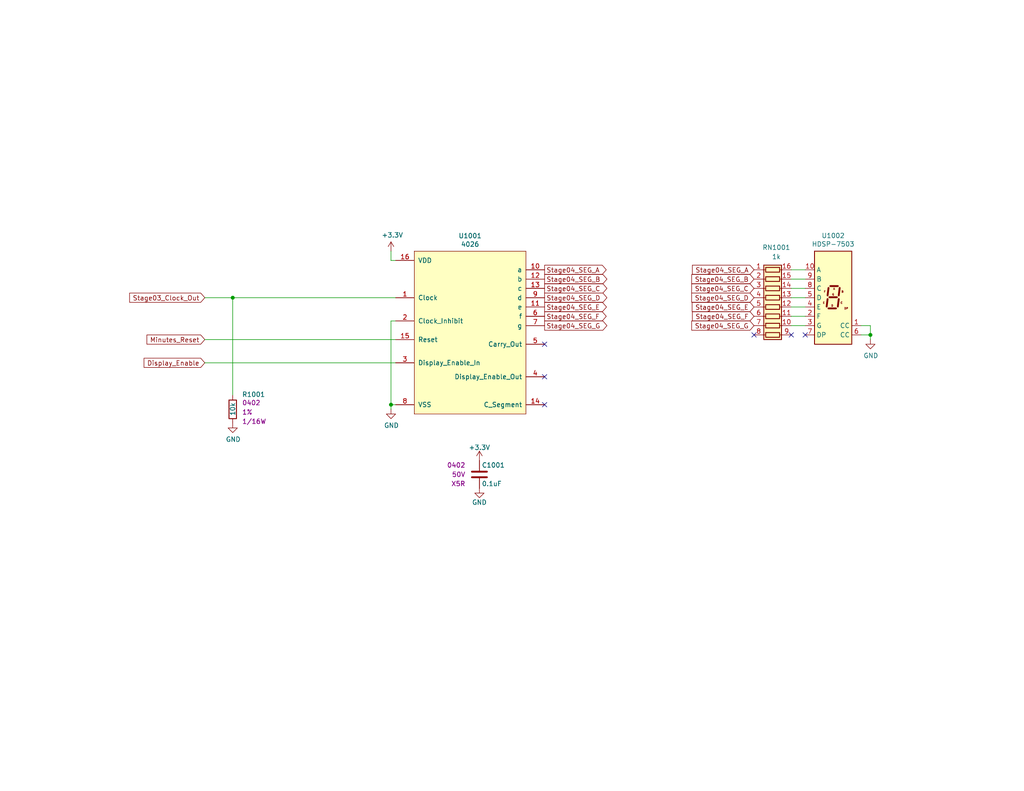
<source format=kicad_sch>
(kicad_sch (version 20231120) (generator "eeschema") (generator_version "8.0")
  (paper "A")
  (title_block (title "Stopwatch") (date "2024-04-28") (rev "B") (company "Drew Maatman"))
  (lib_symbols
    (symbol "Custom_Library:4026" (pin_names (offset 1.016))
      (property "Reference" "U" (at 30.48 -43.18 0))
      (property "Value" "4026" (at 20.32 3.81 0))
      (symbol "4026_0_1"
        (rectangle (start 5.08 2.54) (end 35.56 -41.91) (fill (type background)))
      )
      (symbol "4026_1_1"
        (pin input line (at 0 -10.16 0) (length 5.08) (name "Clock") (number "1"))
        (pin output line (at 40.64 -2.54 180) (length 5.08) (name "a") (number "10"))
        (pin output line (at 40.64 -12.7 180) (length 5.08) (name "e") (number "11"))
        (pin output line (at 40.64 -5.08 180) (length 5.08) (name "b") (number "12"))
        (pin output line (at 40.64 -7.62 180) (length 5.08) (name "c") (number "13"))
        (pin output line (at 40.64 -39.37 180) (length 5.08) (name "C_Segment") (number "14"))
        (pin input line (at 0 -21.59 0) (length 5.08) (name "Reset") (number "15"))
        (pin power_in line (at 0 0 0) (length 5.08) (name "VDD") (number "16"))
        (pin input line (at 0 -16.51 0) (length 5.08) (name "Clock_Inhibit") (number "2"))
        (pin input line (at 0 -27.94 0) (length 5.08) (name "Display_Enable_In") (number "3"))
        (pin output line (at 40.64 -31.75 180) (length 5.08) (name "Display_Enable_Out") (number "4"))
        (pin output line (at 40.64 -22.86 180) (length 5.08) (name "Carry_Out") (number "5"))
        (pin output line (at 40.64 -15.24 180) (length 5.08) (name "f") (number "6"))
        (pin output line (at 40.64 -17.78 180) (length 5.08) (name "g") (number "7"))
        (pin power_in line (at 0 -39.37 0) (length 5.08) (name "VSS") (number "8"))
        (pin output line (at 40.64 -10.16 180) (length 5.08) (name "d") (number "9"))
      )
    )
    (symbol "Custom_Library:C_Custom" (pin_numbers hide) (pin_names (offset 0.254))
      (property "Reference" "C" (at 0.635 2.54 0))
      (property "Value" "C_Custom" (at 0.635 -2.54 0))
      (property "display_footprint" "Foot" (at -3.81 2.54 0))
      (property "Voltage" "V" (at -3.81 0 0))
      (property "Dielectric" "Er" (at -3.81 -2.54 0))
      (symbol "C_Custom_0_1"
        (polyline (pts (xy -2.032 -0.762) (xy 2.032 -0.762)) (stroke (width 0.508)))
        (polyline (pts (xy -2.032 0.762) (xy 2.032 0.762)) (stroke (width 0.508)))
      )
      (symbol "C_Custom_1_1"
        (pin passive line (at 0 3.81 270) (length 2.794) (name "~") (number "1"))
        (pin passive line (at 0 -3.81 90) (length 2.794) (name "~") (number "2"))
      )
    )
    (symbol "Custom_Library:R_Custom" (pin_numbers hide) (pin_names (offset 1.016) hide)
      (property "Reference" "R" (at -2.54 0 90))
      (property "Value" "R_Custom" (at 0 0 90))
      (property "display_footprint" "Foot" (at 2.54 0 90))
      (property "Tolerance" "Tol" (at 5.08 0 90))
      (property "Wattage" "W" (at 7.62 0 90))
      (symbol "R_Custom_0_1"
        (rectangle (start 1.016 2.54) (end -1.016 -2.54) (stroke (width 0.254)))
      )
      (symbol "R_Custom_1_1"
        (pin passive line (at 0 3.81 270) (length 1.27) (name "1") (number "1"))
        (pin passive line (at 0 -3.81 90) (length 1.27) (name "2") (number "2"))
      )
    )
    (symbol "Device:R_Pack08" (pin_names (offset 0) hide)
      (property "Reference" "RN" (at -12.7 0 90))
      (property "Value" "R_Pack08" (at 10.16 0 90))
      (symbol "R_Pack08_0_1"
        (rectangle (start -11.43 -2.413) (end 8.89 2.413) (stroke (width 0.254)) (fill (type background)))
        (rectangle (start -10.795 1.905) (end -9.525 -1.905) (stroke (width 0.254)))
        (rectangle (start -8.255 1.905) (end -6.985 -1.905) (stroke (width 0.254)))
        (rectangle (start -5.715 1.905) (end -4.445 -1.905) (stroke (width 0.254)))
        (rectangle (start -3.175 1.905) (end -1.905 -1.905) (stroke (width 0.254)))
        (rectangle (start -0.635 1.905) (end 0.635 -1.905) (stroke (width 0.254)))
        (polyline (pts (xy -10.16 -2.54) (xy -10.16 -1.905)))
        (polyline (pts (xy -10.16 1.905) (xy -10.16 2.54)))
        (polyline (pts (xy -7.62 -2.54) (xy -7.62 -1.905)))
        (polyline (pts (xy -7.62 1.905) (xy -7.62 2.54)))
        (polyline (pts (xy -5.08 -2.54) (xy -5.08 -1.905)))
        (polyline (pts (xy -5.08 1.905) (xy -5.08 2.54)))
        (polyline (pts (xy -2.54 -2.54) (xy -2.54 -1.905)))
        (polyline (pts (xy -2.54 1.905) (xy -2.54 2.54)))
        (polyline (pts (xy 0 -2.54) (xy 0 -1.905)))
        (polyline (pts (xy 0 1.905) (xy 0 2.54)))
        (polyline (pts (xy 2.54 -2.54) (xy 2.54 -1.905)))
        (polyline (pts (xy 2.54 1.905) (xy 2.54 2.54)))
        (polyline (pts (xy 5.08 -2.54) (xy 5.08 -1.905)))
        (polyline (pts (xy 5.08 1.905) (xy 5.08 2.54)))
        (polyline (pts (xy 7.62 -2.54) (xy 7.62 -1.905)))
        (polyline (pts (xy 7.62 1.905) (xy 7.62 2.54)))
        (rectangle (start 1.905 1.905) (end 3.175 -1.905) (stroke (width 0.254)))
        (rectangle (start 4.445 1.905) (end 5.715 -1.905) (stroke (width 0.254)))
        (rectangle (start 6.985 1.905) (end 8.255 -1.905) (stroke (width 0.254)))
      )
      (symbol "R_Pack08_1_1"
        (pin passive line (at -10.16 -5.08 90) (length 2.54) (name "R1.1") (number "1"))
        (pin passive line (at 5.08 5.08 270) (length 2.54) (name "R7.2") (number "10"))
        (pin passive line (at 2.54 5.08 270) (length 2.54) (name "R6.2") (number "11"))
        (pin passive line (at 0 5.08 270) (length 2.54) (name "R5.2") (number "12"))
        (pin passive line (at -2.54 5.08 270) (length 2.54) (name "R4.2") (number "13"))
        (pin passive line (at -5.08 5.08 270) (length 2.54) (name "R3.2") (number "14"))
        (pin passive line (at -7.62 5.08 270) (length 2.54) (name "R2.2") (number "15"))
        (pin passive line (at -10.16 5.08 270) (length 2.54) (name "R1.2") (number "16"))
        (pin passive line (at -7.62 -5.08 90) (length 2.54) (name "R2.1") (number "2"))
        (pin passive line (at -5.08 -5.08 90) (length 2.54) (name "R3.1") (number "3"))
        (pin passive line (at -2.54 -5.08 90) (length 2.54) (name "R4.1") (number "4"))
        (pin passive line (at 0 -5.08 90) (length 2.54) (name "R5.1") (number "5"))
        (pin passive line (at 2.54 -5.08 90) (length 2.54) (name "R6.1") (number "6"))
        (pin passive line (at 5.08 -5.08 90) (length 2.54) (name "R7.1") (number "7"))
        (pin passive line (at 7.62 -5.08 90) (length 2.54) (name "R8.1") (number "8"))
        (pin passive line (at 7.62 5.08 270) (length 2.54) (name "R8.2") (number "9"))
      )
    )
    (symbol "Display_Character:HDSP-7503"
      (property "Reference" "U" (at -3.81 13.97 0))
      (property "Value" "HDSP-7503" (at 6.35 13.97 0))
      (symbol "HDSP-7503_1_0"
        (text "A" (at 0.254 2.413 0) (effects (font (size 0.508 0.508))))
        (text "B" (at 2.54 1.651 0) (effects (font (size 0.508 0.508))))
        (text "C" (at 2.286 -1.397 0) (effects (font (size 0.508 0.508))))
        (text "D" (at -0.254 -2.159 0) (effects (font (size 0.508 0.508))))
        (text "DP" (at 3.556 -2.921 0) (effects (font (size 0.508 0.508))))
        (text "E" (at -2.54 -1.397 0) (effects (font (size 0.508 0.508))))
        (text "F" (at -2.286 1.651 0) (effects (font (size 0.508 0.508))))
        (text "G" (at 0 0.889 0) (effects (font (size 0.508 0.508))))
      )
      (symbol "HDSP-7503_1_1"
        (rectangle (start -5.08 12.7) (end 5.08 -12.7) (stroke (width 0.254)) (fill (type background)))
        (polyline (pts (xy -1.524 -0.381) (xy -1.778 -2.413)) (stroke (width 0.508)))
        (polyline (pts (xy -1.27 -2.921) (xy 0.762 -2.921)) (stroke (width 0.508)))
        (polyline (pts (xy -1.27 2.667) (xy -1.524 0.635)) (stroke (width 0.508)))
        (polyline (pts (xy -1.016 0.127) (xy 1.016 0.127)) (stroke (width 0.508)))
        (polyline (pts (xy -0.762 3.175) (xy 1.27 3.175)) (stroke (width 0.508)))
        (polyline (pts (xy 1.524 -0.381) (xy 1.27 -2.413)) (stroke (width 0.508)))
        (polyline (pts (xy 1.778 2.667) (xy 1.524 0.635)) (stroke (width 0.508)))
        (polyline (pts (xy 2.54 -2.921) (xy 2.54 -2.921)) (stroke (width 0.508)))
        (pin input line (at 7.62 -7.62 180) (length 2.54) (name "CC") (number "1"))
        (pin input line (at -7.62 7.62 0) (length 2.54) (name "A") (number "10"))
        (pin input line (at -7.62 -5.08 0) (length 2.54) (name "F") (number "2"))
        (pin input line (at -7.62 -7.62 0) (length 2.54) (name "G") (number "3"))
        (pin input line (at -7.62 -2.54 0) (length 2.54) (name "E") (number "4"))
        (pin input line (at -7.62 0 0) (length 2.54) (name "D") (number "5"))
        (pin input line (at 7.62 -10.16 180) (length 2.54) (name "CC") (number "6"))
        (pin input line (at -7.62 -10.16 0) (length 2.54) (name "DP") (number "7"))
        (pin input line (at -7.62 2.54 0) (length 2.54) (name "C") (number "8"))
        (pin input line (at -7.62 5.08 0) (length 2.54) (name "B") (number "9"))
      )
    )
    (symbol "power:+3.3V" (power) (pin_names (offset 0))
      (property "Value" "+3.3V" (at 0 3.556 0))
      (symbol "+3.3V_0_1"
        (polyline (pts (xy -0.762 1.27) (xy 0 2.54)))
        (polyline (pts (xy 0 0) (xy 0 2.54)))
        (polyline (pts (xy 0 2.54) (xy 0.762 1.27)))
      )
      (symbol "+3.3V_1_1"
        (pin power_in line (at 0 0 90) (length 0) hide (name "+3.3V") (number "1"))
      )
    )
    (symbol "power:GND" (power) (pin_names (offset 0))
      (property "Value" "GND" (at 0 -3.81 0))
      (symbol "GND_0_1"
        (polyline (pts (xy 0 0) (xy 0 -1.27) (xy 1.27 -1.27) (xy 0 -2.54) (xy -1.27 -1.27) (xy 0 -1.27)))
      )
      (symbol "GND_1_1"
        (pin power_in line (at 0 0 270) (length 0) hide (name "GND") (number "1"))
      )
    )
  )
  (junction (at 106.68 110.49))
  (junction (at 237.49 91.44))
  (junction (at 63.5 81.28))
  (no_connect (at 148.59 93.98))
  (no_connect (at 148.59 110.49))
  (no_connect (at 219.71 91.44))
  (no_connect (at 205.74 91.44))
  (no_connect (at 148.59 102.87))
  (no_connect (at 215.9 91.44))
  (wire (pts (xy 215.9 83.82) (xy 219.71 83.82)))
  (wire (pts (xy 215.9 76.2) (xy 219.71 76.2)))
  (wire (pts (xy 55.88 92.71) (xy 107.95 92.71)))
  (wire (pts (xy 237.49 91.44) (xy 237.49 88.9)))
  (wire (pts (xy 106.68 68.58) (xy 106.68 71.12)))
  (wire (pts (xy 215.9 81.28) (xy 219.71 81.28)))
  (wire (pts (xy 55.88 99.06) (xy 107.95 99.06)))
  (wire (pts (xy 215.9 78.74) (xy 219.71 78.74)))
  (wire (pts (xy 106.68 111.76) (xy 106.68 110.49)))
  (wire (pts (xy 106.68 71.12) (xy 107.95 71.12)))
  (wire (pts (xy 106.68 87.63) (xy 106.68 110.49)))
  (wire (pts (xy 63.5 81.28) (xy 63.5 107.95)))
  (wire (pts (xy 107.95 81.28) (xy 63.5 81.28)))
  (wire (pts (xy 234.95 91.44) (xy 237.49 91.44)))
  (wire (pts (xy 215.9 86.36) (xy 219.71 86.36)))
  (wire (pts (xy 237.49 88.9) (xy 234.95 88.9)))
  (wire (pts (xy 107.95 87.63) (xy 106.68 87.63)))
  (wire (pts (xy 237.49 92.71) (xy 237.49 91.44)))
  (wire (pts (xy 215.9 88.9) (xy 219.71 88.9)))
  (wire (pts (xy 215.9 73.66) (xy 219.71 73.66)))
  (wire (pts (xy 106.68 110.49) (xy 107.95 110.49)))
  (wire (pts (xy 55.88 81.28) (xy 63.5 81.28)))
  (global_label "Stage04_SEG_G" (shape output) (at 148.59 88.9 0) (property "Intersheetrefs" "${INTERSHEET_REFS}" (effects (hide yes))))
  (global_label "Minutes_Reset" (shape input) (at 55.88 92.71 180) (property "Intersheetrefs" "${INTERSHEET_REFS}" (effects (hide yes))))
  (global_label "Stage04_SEG_B" (shape output) (at 148.59 76.2 0) (property "Intersheetrefs" "${INTERSHEET_REFS}" (effects (hide yes))))
  (global_label "Stage04_SEG_E" (shape input) (at 205.74 83.82 180) (property "Intersheetrefs" "${INTERSHEET_REFS}" (effects (hide yes))))
  (global_label "Stage04_SEG_G" (shape input) (at 205.74 88.9 180) (property "Intersheetrefs" "${INTERSHEET_REFS}" (effects (hide yes))))
  (global_label "Stage03_Clock_Out" (shape input) (at 55.88 81.28 180) (property "Intersheetrefs" "${INTERSHEET_REFS}" (effects (hide yes))))
  (global_label "Stage04_SEG_D" (shape output) (at 148.59 81.28 0) (property "Intersheetrefs" "${INTERSHEET_REFS}" (effects (hide yes))))
  (global_label "Stage04_SEG_E" (shape output) (at 148.59 83.82 0) (property "Intersheetrefs" "${INTERSHEET_REFS}" (effects (hide yes))))
  (global_label "Stage04_SEG_F" (shape input) (at 205.74 86.36 180) (property "Intersheetrefs" "${INTERSHEET_REFS}" (effects (hide yes))))
  (global_label "Stage04_SEG_B" (shape input) (at 205.74 76.2 180) (property "Intersheetrefs" "${INTERSHEET_REFS}" (effects (hide yes))))
  (global_label "Stage04_SEG_C" (shape output) (at 148.59 78.74 0) (property "Intersheetrefs" "${INTERSHEET_REFS}" (effects (hide yes))))
  (global_label "Stage04_SEG_A" (shape input) (at 205.74 73.66 180) (property "Intersheetrefs" "${INTERSHEET_REFS}" (effects (hide yes))))
  (global_label "Display_Enable" (shape input) (at 55.88 99.06 180) (property "Intersheetrefs" "${INTERSHEET_REFS}" (effects (hide yes))))
  (global_label "Stage04_SEG_C" (shape input) (at 205.74 78.74 180) (property "Intersheetrefs" "${INTERSHEET_REFS}" (effects (hide yes))))
  (global_label "Stage04_SEG_F" (shape output) (at 148.59 86.36 0) (property "Intersheetrefs" "${INTERSHEET_REFS}" (effects (hide yes))))
  (global_label "Stage04_SEG_A" (shape output) (at 148.59 73.66 0) (property "Intersheetrefs" "${INTERSHEET_REFS}" (effects (hide yes))))
  (global_label "Stage04_SEG_D" (shape input) (at 205.74 81.28 180) (property "Intersheetrefs" "${INTERSHEET_REFS}" (effects (hide yes))))
  (symbol (lib_id "Custom_Library:R_Custom") (at 63.5 111.76 0) (unit 1)
    (property "Reference" "R1001" (at 66.04 107.696 0) (effects (justify left)))
    (property "Value" "10k" (at 63.5 113.538 90) (effects (justify left)))
    (property "Footprint" "Resistors_SMD:R_0402" (effects (hide yes)))
    (property "display_footprint" "0402" (at 66.04 109.982 0) (effects (justify left)))
    (property "Tolerance" "1%" (at 66.04 112.522 0) (effects (justify left)))
    (property "Wattage" "1/16W" (at 66.04 115.062 0) (effects (justify left)))
    (property "Digi-Key PN" "RMCF0402FT10K0CT-ND" (effects (hide yes)))
  )
  (symbol (lib_id "Display_Character:HDSP-7503") (at 227.33 81.28 0) (unit 1)
    (property "Reference" "U1002" (at 227.33 64.3382 0))
    (property "Value" "HDSP-7503" (at 227.33 66.6496 0))
    (property "Footprint" "Display_7Segment:HDSP-A151" (effects (hide yes)))
    (property "Datasheet" "https://docs.broadcom.com/docs/AV02-2553EN" (effects (hide yes)))
    (property "Digi-Key PN" "516-1203-5-ND" (effects (hide yes)))
  )
  (symbol (lib_id "power:GND") (at 63.5 115.57 0) (unit 1)
    (property "Reference" "#PWR01001" (effects (hide yes)))
    (property "Value" "GND" (at 63.627 119.9642 0))
  )
  (symbol (lib_id "power:+3.3V") (at 106.68 68.58 0) (unit 1)
    (property "Reference" "#PWR01002" (effects (hide yes)))
    (property "Value" "+3.3V" (at 107.061 64.1858 0))
  )
  (symbol (lib_id "power:GND") (at 106.68 111.76 0) (unit 1)
    (property "Reference" "#PWR01003" (effects (hide yes)))
    (property "Value" "GND" (at 106.807 116.1542 0))
  )
  (symbol (lib_id "power:GND") (at 130.81 133.35 0) (unit 1)
    (property "Reference" "#PWR01005" (effects (hide yes)))
    (property "Value" "GND" (at 130.81 137.16 0))
  )
  (symbol (lib_id "Custom_Library:C_Custom") (at 130.81 129.54 0) (unit 1)
    (property "Reference" "C1001" (at 131.445 127 0) (effects (justify left)))
    (property "Value" "0.1uF" (at 131.445 132.08 0) (effects (justify left)))
    (property "Footprint" "Capacitors_SMD:C_0402" (effects (hide yes)))
    (property "display_footprint" "0402" (at 127 127 0) (effects (justify right)))
    (property "Voltage" "50V" (at 127 129.54 0) (effects (justify right)))
    (property "Dielectric" "X5R" (at 127 132.08 0) (effects (justify right)))
    (property "Digi-Key PN" "490-10697-1-ND" (effects (hide yes)))
  )
  (symbol (lib_id "Custom_Library:4026") (at 107.95 71.12 0) (unit 1)
    (property "Reference" "U1001" (at 128.27 64.389 0))
    (property "Value" "4026" (at 128.27 66.7004 0))
    (property "Footprint" "Housings_SSOP:TSSOP-16_4.4x5mm_Pitch0.65mm" (effects (hide yes)))
    (property "Digi-Key PN" "296-32878-5-ND" (effects (hide yes)))
  )
  (symbol (lib_id "power:GND") (at 237.49 92.71 0) (unit 1)
    (property "Reference" "#PWR01006" (effects (hide yes)))
    (property "Value" "GND" (at 237.617 97.1042 0))
  )
  (symbol (lib_id "power:+3.3V") (at 130.81 125.73 0) (unit 1)
    (property "Reference" "#PWR01004" (effects (hide yes)))
    (property "Value" "+3.3V" (at 130.81 122.174 0))
  )
  (symbol (lib_id "Device:R_Pack08") (at 210.82 83.82 270) (unit 1)
    (property "Reference" "RN1001" (at 211.836 67.564 90))
    (property "Value" "1k" (at 211.836 70.104 90))
    (property "Footprint" "Resistor_SMD:R_Cat16-8" (effects (hide yes)))
    (property "Digi-Key PN" "CAT16-102J8LFCT-ND" (effects (hide yes)))
  )
)
</source>
